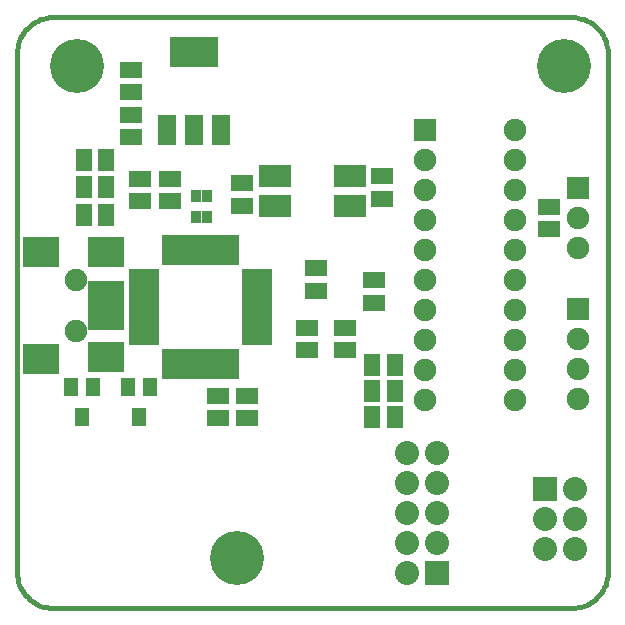
<source format=gts>
G04 (created by PCBNEW-RS274X (2012-01-19 BZR 3256)-stable) date 21-08-2012 11:16:43*
G01*
G70*
G90*
%MOIN*%
G04 Gerber Fmt 3.4, Leading zero omitted, Abs format*
%FSLAX34Y34*%
G04 APERTURE LIST*
%ADD10C,0.006000*%
%ADD11C,0.015000*%
%ADD12R,0.098700X0.037700*%
%ADD13R,0.037700X0.098700*%
%ADD14R,0.047600X0.059400*%
%ADD15R,0.164000X0.100000*%
%ADD16R,0.060000X0.100000*%
%ADD17R,0.055000X0.075000*%
%ADD18R,0.075000X0.055000*%
%ADD19R,0.118400X0.039600*%
%ADD20R,0.118400X0.098700*%
%ADD21C,0.075400*%
%ADD22R,0.075000X0.075000*%
%ADD23C,0.075000*%
%ADD24R,0.080000X0.080000*%
%ADD25C,0.080000*%
%ADD26R,0.035700X0.043600*%
%ADD27C,0.180000*%
%ADD28R,0.106600X0.075100*%
G04 APERTURE END LIST*
G54D10*
G54D11*
X51378Y-59449D02*
X51480Y-59444D01*
X51583Y-59431D01*
X51683Y-59408D01*
X51781Y-59377D01*
X51877Y-59338D01*
X51968Y-59290D01*
X52055Y-59235D01*
X52137Y-59172D01*
X52213Y-59103D01*
X52282Y-59027D01*
X52345Y-58945D01*
X52400Y-58858D01*
X52448Y-58767D01*
X52487Y-58671D01*
X52518Y-58573D01*
X52541Y-58473D01*
X52554Y-58370D01*
X52559Y-58268D01*
X52559Y-40945D02*
X52554Y-40843D01*
X52541Y-40740D01*
X52518Y-40640D01*
X52487Y-40542D01*
X52448Y-40446D01*
X52400Y-40355D01*
X52345Y-40268D01*
X52282Y-40186D01*
X52213Y-40110D01*
X52137Y-40041D01*
X52055Y-39978D01*
X51968Y-39923D01*
X51877Y-39875D01*
X51781Y-39836D01*
X51683Y-39805D01*
X51583Y-39782D01*
X51480Y-39769D01*
X51378Y-39764D01*
X32874Y-58268D02*
X32879Y-58370D01*
X32892Y-58473D01*
X32915Y-58573D01*
X32946Y-58671D01*
X32985Y-58767D01*
X33033Y-58858D01*
X33088Y-58945D01*
X33151Y-59027D01*
X33220Y-59103D01*
X33296Y-59172D01*
X33378Y-59235D01*
X33465Y-59290D01*
X33556Y-59338D01*
X33652Y-59377D01*
X33750Y-59408D01*
X33850Y-59431D01*
X33953Y-59444D01*
X34055Y-59449D01*
X34055Y-39764D02*
X33953Y-39769D01*
X33850Y-39782D01*
X33750Y-39805D01*
X33652Y-39836D01*
X33556Y-39875D01*
X33465Y-39923D01*
X33378Y-39978D01*
X33296Y-40041D01*
X33220Y-40110D01*
X33151Y-40186D01*
X33088Y-40268D01*
X33033Y-40355D01*
X32985Y-40446D01*
X32946Y-40542D01*
X32915Y-40640D01*
X32892Y-40740D01*
X32879Y-40843D01*
X32874Y-40945D01*
X32874Y-58268D02*
X32874Y-40945D01*
X51378Y-59449D02*
X34055Y-59449D01*
X52559Y-40945D02*
X52559Y-58268D01*
X34055Y-39764D02*
X51378Y-39764D01*
G54D12*
X40873Y-48316D03*
X40873Y-48631D03*
X40873Y-48946D03*
X40873Y-49261D03*
X40873Y-49576D03*
X40873Y-49891D03*
X40873Y-50206D03*
X40873Y-50521D03*
X37107Y-50519D03*
X37107Y-48309D03*
X37107Y-48629D03*
X37107Y-48949D03*
X37107Y-49259D03*
X37107Y-49579D03*
X37107Y-49889D03*
X37107Y-50209D03*
G54D13*
X40089Y-51309D03*
X39775Y-51309D03*
X39459Y-51309D03*
X39145Y-51309D03*
X38829Y-51309D03*
X38515Y-51309D03*
X38199Y-51309D03*
X37885Y-51309D03*
X40087Y-47529D03*
X39777Y-47529D03*
X39457Y-47529D03*
X39147Y-47529D03*
X38837Y-47529D03*
X38517Y-47529D03*
X38197Y-47529D03*
X37877Y-47529D03*
G54D14*
X36929Y-53098D03*
X36554Y-52098D03*
X37304Y-52098D03*
X35039Y-53098D03*
X34664Y-52098D03*
X35414Y-52098D03*
G54D15*
X38781Y-40905D03*
G54D16*
X38781Y-43505D03*
X39681Y-43505D03*
X37881Y-43505D03*
G54D17*
X35848Y-45433D03*
X35098Y-45433D03*
X35847Y-46339D03*
X35097Y-46339D03*
G54D18*
X39567Y-53131D03*
X39567Y-52381D03*
X40551Y-53131D03*
X40551Y-52381D03*
X42520Y-50117D03*
X42520Y-50867D03*
X50591Y-46832D03*
X50591Y-46082D03*
X45040Y-45808D03*
X45040Y-45058D03*
X40354Y-45294D03*
X40354Y-46044D03*
X36655Y-43011D03*
X36655Y-43761D03*
X36655Y-41515D03*
X36655Y-42265D03*
X36982Y-45137D03*
X36982Y-45887D03*
X43799Y-50117D03*
X43799Y-50867D03*
X42835Y-48879D03*
X42835Y-48129D03*
X44764Y-48523D03*
X44764Y-49273D03*
G54D17*
X35848Y-44528D03*
X35098Y-44528D03*
G54D18*
X37966Y-45137D03*
X37966Y-45887D03*
G54D19*
X35827Y-49370D03*
X35827Y-49056D03*
X35827Y-49999D03*
X35827Y-49684D03*
G54D20*
X33662Y-51141D03*
X33662Y-47599D03*
X35827Y-51102D03*
X35827Y-47599D03*
G54D21*
X34843Y-48504D03*
X34843Y-50236D03*
G54D19*
X35827Y-48741D03*
G54D17*
X45454Y-51339D03*
X44704Y-51339D03*
X45454Y-52205D03*
X44704Y-52205D03*
X45454Y-53071D03*
X44704Y-53071D03*
G54D22*
X51575Y-49484D03*
G54D23*
X51575Y-50484D03*
X51575Y-51484D03*
X51575Y-52484D03*
G54D24*
X46878Y-58299D03*
G54D25*
X45878Y-58299D03*
X46878Y-57299D03*
X45878Y-57299D03*
X46878Y-56299D03*
X45878Y-56299D03*
X46878Y-55299D03*
X45878Y-55299D03*
X46878Y-54299D03*
X45878Y-54299D03*
G54D24*
X50484Y-55496D03*
G54D25*
X51484Y-55496D03*
X50484Y-56496D03*
X51484Y-56496D03*
X50484Y-57496D03*
X51484Y-57496D03*
G54D22*
X46453Y-43531D03*
G54D23*
X46453Y-44531D03*
X46453Y-45531D03*
X46453Y-46531D03*
X46453Y-47531D03*
X46453Y-48531D03*
X46453Y-49531D03*
X46453Y-50531D03*
X46453Y-51531D03*
X46453Y-52531D03*
X49453Y-52531D03*
X49453Y-51531D03*
X49453Y-50531D03*
X49453Y-49531D03*
X49453Y-48531D03*
X49453Y-47531D03*
X49453Y-46531D03*
X49453Y-45531D03*
X49453Y-44531D03*
X49453Y-43531D03*
G54D26*
X38839Y-45709D03*
X39193Y-45709D03*
X38839Y-46417D03*
X39193Y-46417D03*
G54D22*
X51575Y-45457D03*
G54D23*
X51575Y-46457D03*
X51575Y-47457D03*
G54D27*
X34882Y-41378D03*
X51103Y-41378D03*
X40197Y-57795D03*
G54D28*
X41477Y-46043D03*
X43957Y-46043D03*
X41477Y-45059D03*
X43957Y-45059D03*
M02*

</source>
